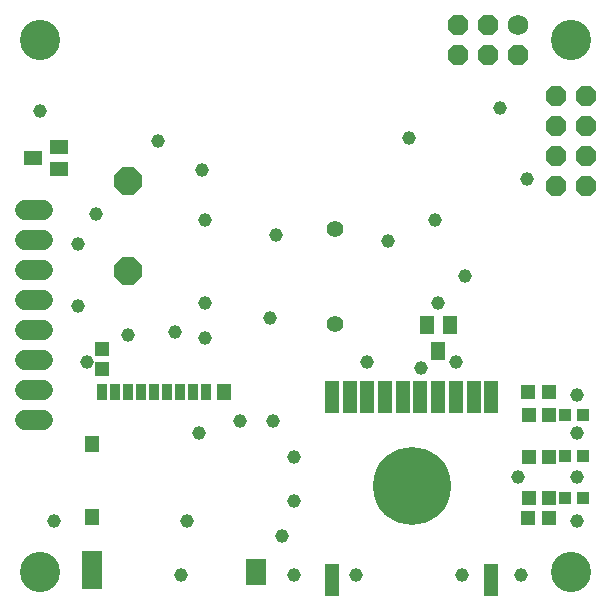
<source format=gts>
G75*
G70*
%OFA0B0*%
%FSLAX24Y24*%
%IPPOS*%
%LPD*%
%AMOC8*
5,1,8,0,0,1.08239X$1,22.5*
%
%ADD10C,0.1340*%
%ADD11C,0.2600*%
%ADD12R,0.0493X0.0505*%
%ADD13R,0.0395X0.0395*%
%ADD14R,0.0474X0.0631*%
%ADD15R,0.0474X0.0513*%
%ADD16C,0.0680*%
%ADD17OC8,0.0680*%
%ADD18C,0.0680*%
%ADD19C,0.0552*%
%ADD20R,0.0474X0.1064*%
%ADD21R,0.0356X0.0572*%
%ADD22R,0.0474X0.0572*%
%ADD23R,0.0671X0.0867*%
%ADD24R,0.0671X0.1261*%
%ADD25R,0.0474X0.0552*%
%ADD26OC8,0.0930*%
%ADD27R,0.0631X0.0474*%
%ADD28R,0.0513X0.0474*%
%ADD29C,0.0456*%
D10*
X001613Y001245D03*
X019330Y001245D03*
X019330Y018961D03*
X001613Y018961D03*
D11*
X014015Y004099D03*
D12*
X017897Y003017D03*
X018586Y003017D03*
X018592Y007248D03*
X017903Y007248D03*
D13*
X019132Y006462D03*
X019723Y006462D03*
X019726Y005085D03*
X019135Y005085D03*
X019132Y003706D03*
X019722Y003706D03*
D14*
X014902Y008588D03*
X015276Y009454D03*
X014528Y009454D03*
D15*
X017914Y006461D03*
X018583Y006461D03*
X018584Y005083D03*
X017914Y005083D03*
X017914Y003704D03*
X018584Y003704D03*
D16*
X017574Y019461D03*
D17*
X016574Y019461D03*
X016574Y018461D03*
X017574Y018461D03*
X018830Y017115D03*
X018830Y016115D03*
X018830Y015115D03*
X018830Y014115D03*
X019830Y014115D03*
X019830Y015115D03*
X019830Y016115D03*
X019830Y017115D03*
X015574Y018461D03*
X015574Y019461D03*
D18*
X001717Y013308D02*
X001117Y013308D01*
X001117Y012308D02*
X001717Y012308D01*
X001717Y011308D02*
X001117Y011308D01*
X001117Y010308D02*
X001717Y010308D01*
X001717Y009308D02*
X001117Y009308D01*
X001117Y008308D02*
X001717Y008308D01*
X001717Y007308D02*
X001117Y007308D01*
X001117Y006308D02*
X001717Y006308D01*
D19*
X011456Y009512D03*
X011456Y012662D03*
D20*
X011352Y007053D03*
X011943Y007053D03*
X012533Y007053D03*
X013124Y007053D03*
X013714Y007053D03*
X014305Y007053D03*
X014896Y007053D03*
X015486Y007053D03*
X016077Y007053D03*
X016667Y007053D03*
X016667Y000951D03*
X011352Y000951D03*
D21*
X007164Y007228D03*
X006731Y007228D03*
X006298Y007228D03*
X005865Y007228D03*
X005432Y007228D03*
X004999Y007228D03*
X004566Y007228D03*
X004133Y007228D03*
X003700Y007228D03*
D22*
X007774Y007228D03*
D23*
X008818Y001244D03*
D24*
X003365Y001303D03*
D25*
X003345Y003055D03*
X003345Y005516D03*
D26*
X004565Y011261D03*
X004565Y014261D03*
D27*
X002242Y014652D03*
X002242Y015400D03*
X001376Y015026D03*
D28*
X003682Y008667D03*
X003682Y007998D03*
D29*
X003188Y008233D03*
X004566Y009119D03*
X006141Y009217D03*
X007125Y009020D03*
X007125Y010202D03*
X009291Y009709D03*
X009487Y012465D03*
X007125Y012957D03*
X007027Y014631D03*
X005550Y015615D03*
X003483Y013154D03*
X002893Y012170D03*
X002893Y010103D03*
X006928Y005871D03*
X008306Y006265D03*
X009389Y006265D03*
X010078Y005083D03*
X010078Y003607D03*
X009684Y002426D03*
X010078Y001146D03*
X012145Y001146D03*
X015688Y001146D03*
X017657Y001146D03*
X019527Y002918D03*
X019527Y004394D03*
X019527Y005871D03*
X019527Y007150D03*
X017558Y004394D03*
X014310Y008036D03*
X015491Y008233D03*
X014901Y010202D03*
X015787Y011087D03*
X014802Y012957D03*
X013228Y012269D03*
X013917Y015713D03*
X016968Y016698D03*
X017854Y014335D03*
X012539Y008233D03*
X006535Y002918D03*
X006338Y001146D03*
X002105Y002918D03*
X001613Y016599D03*
M02*

</source>
